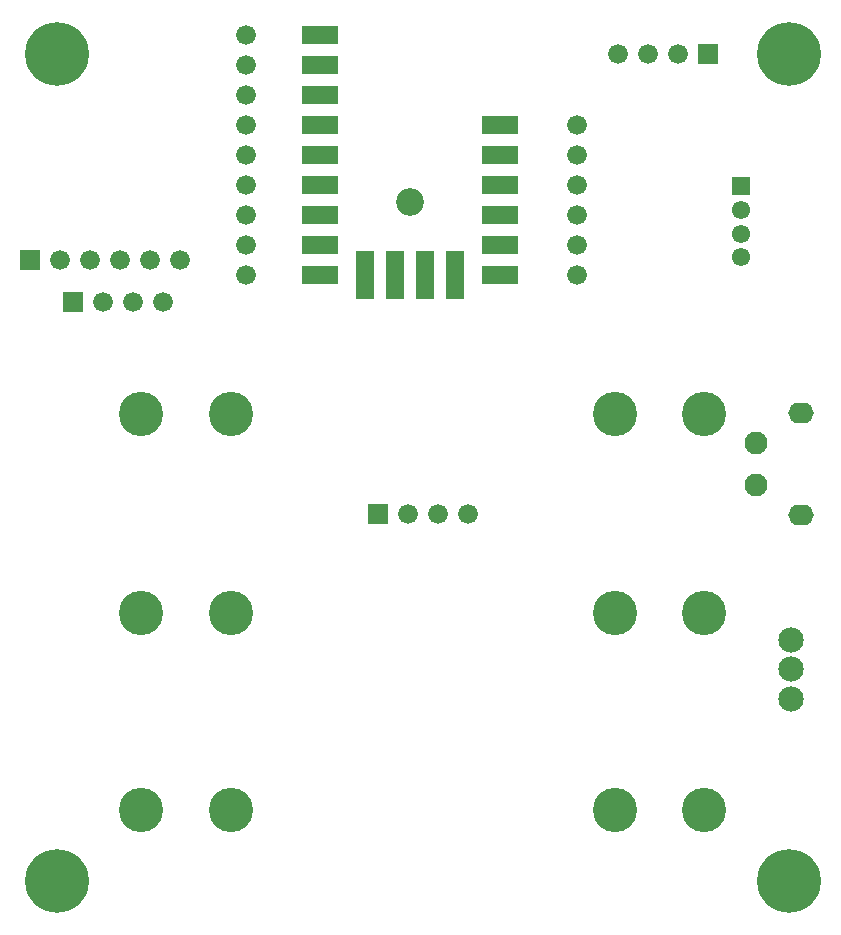
<source format=gbr>
G04 DesignSpark PCB Gerber Version 10.0 Build 5299*
%FSLAX35Y35*%
%MOMM*%
%ADD94R,1.50240X4.05240*%
%ADD122R,1.67640X1.67640*%
%ADD109C,1.55240*%
%ADD19C,1.67640*%
%ADD90C,1.95240*%
%ADD100C,2.15240*%
%ADD92C,2.35240*%
%ADD106C,3.75240*%
%ADD121O,2.15240X1.75240*%
%ADD93R,3.15240X1.50240*%
%ADD101C,5.40240*%
%ADD108R,1.57240X1.55240*%
%ADD110R,1.68240X1.67640*%
%ADD107R,1.69240X1.67640*%
X0Y0D02*
D02*
D19*
X1369240Y6375240D03*
X1623240D03*
X1736070Y6015240D03*
X1877240Y6375240D03*
X1990070Y6015240D03*
X2131240Y6375240D03*
X2244070Y6015240D03*
X2385240Y6375240D03*
X2945240Y6243240D03*
Y6497240D03*
Y6751240D03*
Y7005240D03*
Y7259240D03*
Y7513240D03*
Y7767240D03*
Y8021240D03*
Y8275240D03*
X4316070Y4225240D03*
X4570070D03*
X4824070D03*
X5745240Y6245240D03*
Y6499240D03*
Y6753240D03*
Y7007240D03*
Y7261240D03*
Y7515240D03*
X6096410Y8115240D03*
X6350410D03*
X6604410D03*
D02*
D90*
X7265240Y4465240D03*
Y4825240D03*
D02*
D92*
X4337240Y6865540D03*
D02*
D93*
X3575240Y6243240D03*
Y6497240D03*
Y6751240D03*
Y7005240D03*
Y7259240D03*
Y7513240D03*
Y7767240D03*
Y8021240D03*
Y8275240D03*
X5099240Y6243240D03*
Y6497240D03*
Y6751240D03*
Y7005240D03*
Y7259240D03*
Y7513240D03*
D02*
D94*
X3956240Y6243240D03*
X4210240D03*
X4464240D03*
X4718240D03*
D02*
D100*
X7555240Y2655240D03*
Y2905240D03*
Y3155240D03*
D02*
D101*
X1345240Y1115240D03*
Y8115240D03*
X7545240Y1115240D03*
Y8115240D03*
D02*
D106*
X2055240Y1715240D03*
Y3385240D03*
Y5065240D03*
X2815240Y1715240D03*
Y3385240D03*
Y5065240D03*
X6065240Y1715240D03*
Y3385240D03*
Y5065240D03*
X6825240Y1715240D03*
Y3385240D03*
Y5065240D03*
D02*
D107*
X1482070Y6015240D03*
D02*
D108*
X7135240Y6995240D03*
D02*
D109*
Y6395240D03*
Y6595240D03*
Y6795240D03*
D02*
D110*
X4062070Y4225240D03*
X6858410Y8115240D03*
D02*
D121*
X7645240Y4213240D03*
Y5077240D03*
D02*
D122*
X1115240Y6375240D03*
X0Y0D02*
M02*

</source>
